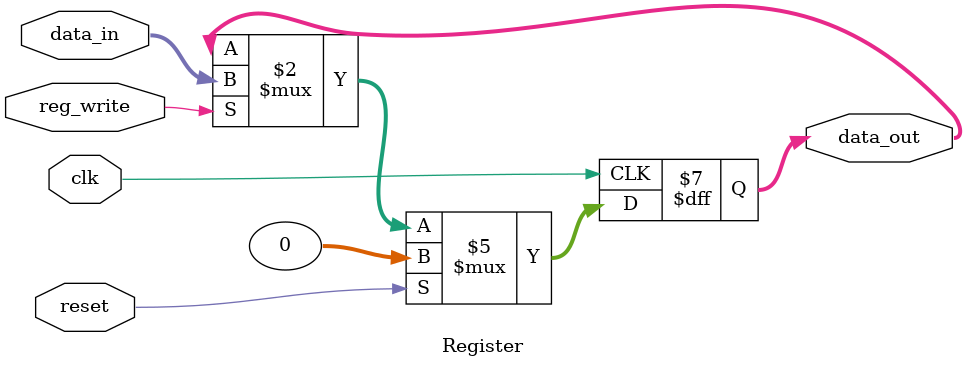
<source format=v>
module Register (
    input wire clk,              // Tín hiệu xung nhịp
    input wire reset,            // Tín hiệu reset
    input wire reg_write,        // Cho phép ghi vào thanh ghi
    input wire [31:0] data_in,   // Dữ liệu đầu vào
    output reg [31:0] data_out   // Dữ liệu đầu ra
);

    // Cập nhật thanh ghi khi có xung dương và tín hiệu cho phép ghi
    always @(posedge clk) begin
        if (reset) begin
            // Reset thanh ghi về 0
            data_out <= 32'b0;
        end else if (reg_write) begin
            // Ghi dữ liệu khi có tín hiệu cho phép
            data_out <= data_in;
        end
        // Nếu không, giữ nguyên giá trị hiện tại
    end

endmodule

</source>
